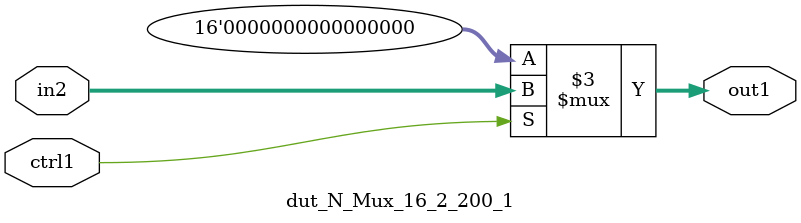
<source format=v>

`timescale 1ps / 1ps


module dut_N_Mux_16_2_200_1( in2, ctrl1, out1 );

    input [15:0] in2;
    input ctrl1;
    output [15:0] out1;
    reg [15:0] out1;

    
    // rtl_process:dut_N_Mux_16_2_200_1/dut_N_Mux_16_2_200_1_thread_1
    always @*
      begin : dut_N_Mux_16_2_200_1_thread_1
        case (ctrl1) 
          1'b1: 
            begin
              out1 = in2;
            end
          default: 
            begin
              out1 = 16'd00000;
            end
        endcase
      end

endmodule



</source>
